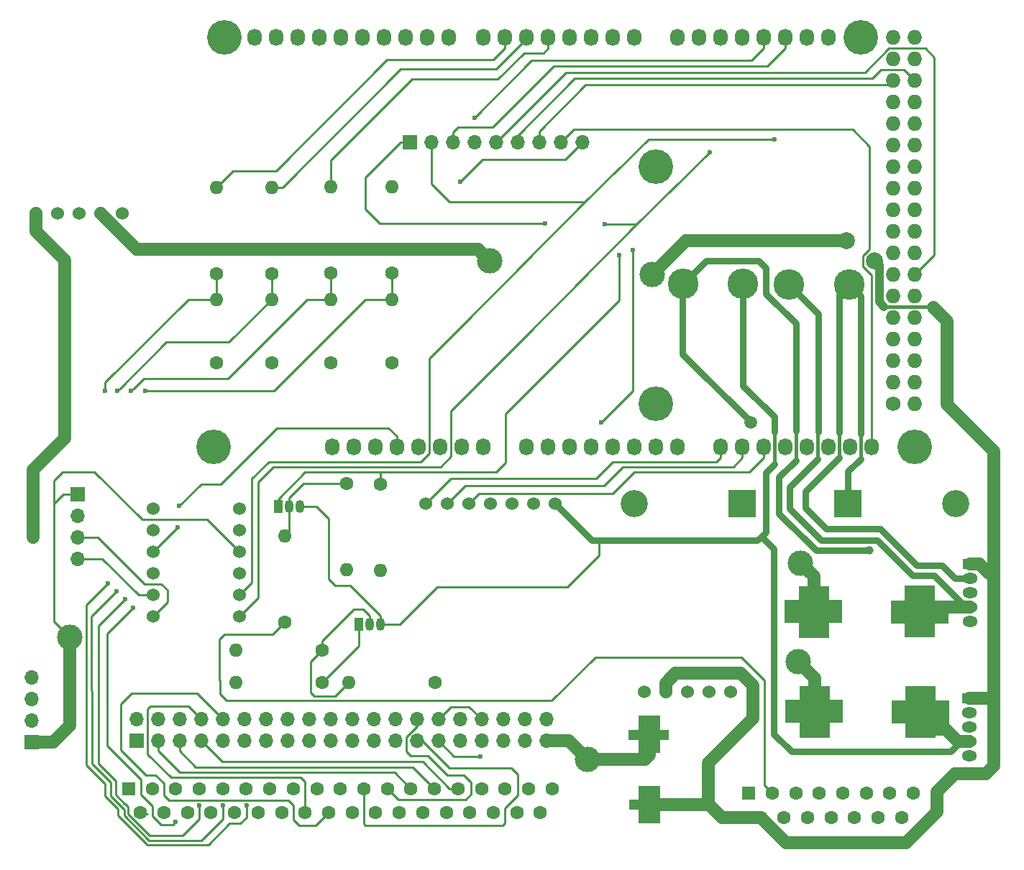
<source format=gbr>
G04 #@! TF.GenerationSoftware,KiCad,Pcbnew,(5.1.5)-3*
G04 #@! TF.CreationDate,2020-04-13T17:51:19-04:00*
G04 #@! TF.ProjectId,Deck_Plate_PCB,4465636b-5f50-46c6-9174-655f5043422e,A*
G04 #@! TF.SameCoordinates,Original*
G04 #@! TF.FileFunction,Copper,L1,Top*
G04 #@! TF.FilePolarity,Positive*
%FSLAX46Y46*%
G04 Gerber Fmt 4.6, Leading zero omitted, Abs format (unit mm)*
G04 Created by KiCad (PCBNEW (5.1.5)-3) date 2020-04-13 17:51:19*
%MOMM*%
%LPD*%
G04 APERTURE LIST*
%ADD10R,1.600000X1.600000*%
%ADD11C,1.600000*%
%ADD12C,1.524000*%
%ADD13C,3.600000*%
%ADD14R,3.600000X6.200000*%
%ADD15R,6.800000X2.800000*%
%ADD16O,1.600000X1.600000*%
%ADD17O,1.700000X1.700000*%
%ADD18R,1.700000X1.700000*%
%ADD19O,3.200000X3.200000*%
%ADD20R,3.200000X3.200000*%
%ADD21R,4.700000X1.300000*%
%ADD22R,2.500000X4.400000*%
%ADD23O,1.800000X1.275000*%
%ADD24R,1.800000X1.275000*%
%ADD25R,1.050000X1.500000*%
%ADD26O,1.050000X1.500000*%
%ADD27C,1.727200*%
%ADD28O,1.727200X1.727200*%
%ADD29O,1.727200X2.032000*%
%ADD30C,4.064000*%
%ADD31C,3.000000*%
%ADD32C,0.600000*%
%ADD33C,1.500000*%
%ADD34C,1.000000*%
%ADD35C,2.000000*%
%ADD36C,1.500000*%
%ADD37C,0.250000*%
%ADD38C,0.750000*%
%ADD39C,0.400000*%
%ADD40C,1.000000*%
G04 APERTURE END LIST*
D10*
X95570000Y-137390000D03*
D11*
X98340000Y-137390000D03*
X101110000Y-137390000D03*
X103880000Y-137390000D03*
X106650000Y-137390000D03*
X109420000Y-137390000D03*
X112190000Y-137390000D03*
X114960000Y-137390000D03*
X117730000Y-137390000D03*
X120500000Y-137390000D03*
X123270000Y-137390000D03*
X126040000Y-137390000D03*
X128810000Y-137390000D03*
X131580000Y-137390000D03*
X134350000Y-137390000D03*
X137120000Y-137390000D03*
X139890000Y-137390000D03*
X142660000Y-137390000D03*
X145430000Y-137390000D03*
X96955000Y-140230000D03*
X99725000Y-140230000D03*
X102495000Y-140230000D03*
X105265000Y-140230000D03*
X108035000Y-140230000D03*
X110805000Y-140230000D03*
X113575000Y-140230000D03*
X116345000Y-140230000D03*
X119115000Y-140230000D03*
X121885000Y-140230000D03*
X124655000Y-140230000D03*
X127425000Y-140230000D03*
X130195000Y-140230000D03*
X132965000Y-140230000D03*
X135735000Y-140230000D03*
X138505000Y-140230000D03*
X141275000Y-140230000D03*
X144045000Y-140230000D03*
D12*
X94795000Y-69630000D03*
X92255000Y-69630000D03*
X89715000Y-69630000D03*
X87175000Y-69630000D03*
X84635000Y-69630000D03*
D13*
X160820000Y-77930000D03*
X167930000Y-77930000D03*
X180400000Y-78000000D03*
X173290000Y-78000000D03*
D14*
X176252000Y-116560000D03*
X188698000Y-116534600D03*
D15*
X176188500Y-116521900D03*
X188710700Y-116572700D03*
D16*
X125196600Y-111658400D03*
D11*
X125196600Y-101498400D03*
D16*
X126550000Y-66500000D03*
D11*
X126550000Y-76660000D03*
D16*
X105890000Y-66530000D03*
D11*
X105890000Y-76690000D03*
D16*
X112400000Y-66530000D03*
D11*
X112400000Y-76690000D03*
D16*
X126580000Y-79740000D03*
D11*
X126580000Y-87240000D03*
D16*
X105910000Y-79730000D03*
D11*
X105910000Y-87230000D03*
D16*
X112420000Y-79760000D03*
D11*
X112420000Y-87260000D03*
D17*
X144754600Y-129235200D03*
X144754600Y-131775200D03*
X142214600Y-129235200D03*
X142214600Y-131775200D03*
X139674600Y-129235200D03*
X139674600Y-131775200D03*
X137134600Y-129235200D03*
X137134600Y-131775200D03*
X134594600Y-129235200D03*
X134594600Y-131775200D03*
X132054600Y-129235200D03*
X132054600Y-131775200D03*
X129514600Y-129235200D03*
X129514600Y-131775200D03*
X126974600Y-129235200D03*
X126974600Y-131775200D03*
X124434600Y-129235200D03*
X124434600Y-131775200D03*
X121894600Y-129235200D03*
X121894600Y-131775200D03*
X119354600Y-129235200D03*
X119354600Y-131775200D03*
X116814600Y-129235200D03*
X116814600Y-131775200D03*
X114274600Y-129235200D03*
X114274600Y-131775200D03*
X111734600Y-129235200D03*
X111734600Y-131775200D03*
X109194600Y-129235200D03*
X109194600Y-131775200D03*
X106654600Y-129235200D03*
X106654600Y-131775200D03*
X104114600Y-129235200D03*
X104114600Y-131775200D03*
X101574600Y-129235200D03*
X101574600Y-131775200D03*
X99034600Y-129235200D03*
X99034600Y-131775200D03*
X96494600Y-129235200D03*
D18*
X96494600Y-131775200D03*
D16*
X119380000Y-66510000D03*
D11*
X119380000Y-76670000D03*
D16*
X119350000Y-79760000D03*
D11*
X119350000Y-87260000D03*
D17*
X84150000Y-124330000D03*
X84150000Y-126870000D03*
X84150000Y-129410000D03*
D18*
X84150000Y-131950000D03*
D19*
X155080000Y-103820000D03*
D20*
X167780000Y-103820000D03*
D19*
X192980000Y-103810000D03*
D20*
X180280000Y-103810000D03*
D17*
X148971000Y-61264800D03*
X146431000Y-61264800D03*
X143891000Y-61264800D03*
X141351000Y-61264800D03*
X138811000Y-61264800D03*
X136271000Y-61264800D03*
X133731000Y-61264800D03*
X131191000Y-61264800D03*
D18*
X128651000Y-61264800D03*
D17*
X89580000Y-110290000D03*
X89580000Y-107750000D03*
X89580000Y-105210000D03*
D18*
X89580000Y-102670000D03*
D10*
X168580000Y-137940000D03*
D11*
X171350000Y-137940000D03*
X174120000Y-137940000D03*
X176890000Y-137940000D03*
X179660000Y-137940000D03*
X182430000Y-137940000D03*
X185200000Y-137940000D03*
X187970000Y-137940000D03*
X169965000Y-140780000D03*
X172735000Y-140780000D03*
X175505000Y-140780000D03*
X178275000Y-140780000D03*
X181045000Y-140780000D03*
X183815000Y-140780000D03*
X186585000Y-140780000D03*
D16*
X108229400Y-124917200D03*
D11*
X118389400Y-124917200D03*
D16*
X108204000Y-121107200D03*
D11*
X118364000Y-121107200D03*
D16*
X121462800Y-124917200D03*
D11*
X131622800Y-124917200D03*
D16*
X121259600Y-111633000D03*
D11*
X121259600Y-101473000D03*
D16*
X113969800Y-107594400D03*
D11*
X113969800Y-117754400D03*
D21*
X156829200Y-131075200D03*
X156905400Y-139304800D03*
D22*
X156867300Y-131011700D03*
X156867300Y-139317500D03*
D14*
X176362000Y-128360000D03*
X188808000Y-128334600D03*
D15*
X176298500Y-128321900D03*
X188820700Y-128372700D03*
D23*
X194540000Y-133546000D03*
X194540000Y-131846000D03*
X194540000Y-130146000D03*
X194540000Y-128446000D03*
D24*
X194540000Y-126746000D03*
D25*
X122707400Y-118033800D03*
D26*
X125247400Y-118033800D03*
X123977400Y-118033800D03*
D25*
X113182400Y-104165400D03*
D26*
X115722400Y-104165400D03*
X114452400Y-104165400D03*
D12*
X130530600Y-103835200D03*
X133070600Y-103835200D03*
X135610600Y-103835200D03*
X138150600Y-103835200D03*
X140690600Y-103835200D03*
X143230600Y-103835200D03*
X145770600Y-103835200D03*
X98475800Y-117068600D03*
X98475800Y-114528600D03*
X98475800Y-111988600D03*
X98475800Y-109448600D03*
X98475800Y-106908600D03*
X98475800Y-104368600D03*
X108635800Y-117068600D03*
X108635800Y-114528600D03*
X108635800Y-111988600D03*
X108635800Y-109448600D03*
X108635800Y-106908600D03*
X108635800Y-104368600D03*
D23*
X194610000Y-117710000D03*
X194610000Y-116010000D03*
X194610000Y-114310000D03*
X194610000Y-112610000D03*
D24*
X194610000Y-110910000D03*
D12*
X156260800Y-126009400D03*
X158800800Y-126009400D03*
X161340800Y-126009400D03*
X163880800Y-126009400D03*
X166420800Y-126009400D03*
D27*
X185572400Y-92075000D03*
D28*
X188112400Y-92075000D03*
X185572400Y-89535000D03*
X188112400Y-89535000D03*
X185572400Y-86995000D03*
X188112400Y-86995000D03*
X185572400Y-84455000D03*
X188112400Y-84455000D03*
X185572400Y-81915000D03*
X188112400Y-81915000D03*
X185572400Y-79375000D03*
X188112400Y-79375000D03*
X185572400Y-76835000D03*
X188112400Y-76835000D03*
X185572400Y-74295000D03*
X188112400Y-74295000D03*
X185572400Y-71755000D03*
X188112400Y-71755000D03*
X185572400Y-69215000D03*
X188112400Y-69215000D03*
X185572400Y-66675000D03*
X188112400Y-66675000D03*
X185572400Y-64135000D03*
X188112400Y-64135000D03*
X185572400Y-61595000D03*
X188112400Y-61595000D03*
X185572400Y-59055000D03*
X188112400Y-59055000D03*
X185572400Y-56515000D03*
X188112400Y-56515000D03*
X185572400Y-53975000D03*
X188112400Y-53975000D03*
X185572400Y-51435000D03*
X188112400Y-51435000D03*
X185572400Y-48895000D03*
X188112400Y-48895000D03*
D29*
X119532400Y-97155000D03*
X122072400Y-97155000D03*
X124612400Y-97155000D03*
X127152400Y-97155000D03*
X129692400Y-97155000D03*
X132232400Y-97155000D03*
X134772400Y-97155000D03*
X137312400Y-97155000D03*
X142392400Y-97155000D03*
X144932400Y-97155000D03*
X147472400Y-97155000D03*
X150012400Y-97155000D03*
X152552400Y-97155000D03*
X155092400Y-97155000D03*
X157632400Y-97155000D03*
X160172400Y-97155000D03*
X165252400Y-97155000D03*
X167792400Y-97155000D03*
X170332400Y-97155000D03*
X172872400Y-97155000D03*
X175412400Y-97155000D03*
X177952400Y-97155000D03*
X180492400Y-97155000D03*
X183032400Y-97155000D03*
X110388400Y-48895000D03*
X112928400Y-48895000D03*
X115468400Y-48895000D03*
X118008400Y-48895000D03*
X120548400Y-48895000D03*
X123088400Y-48895000D03*
X125628400Y-48895000D03*
X128168400Y-48895000D03*
X130708400Y-48895000D03*
X133248400Y-48895000D03*
X137312400Y-48895000D03*
X139852400Y-48895000D03*
X142392400Y-48895000D03*
X144932400Y-48895000D03*
X147472400Y-48895000D03*
X150012400Y-48895000D03*
X152552400Y-48895000D03*
X155092400Y-48895000D03*
X160172400Y-48895000D03*
X162712400Y-48895000D03*
X165252400Y-48895000D03*
X167792400Y-48895000D03*
X170332400Y-48895000D03*
X172872400Y-48895000D03*
X175412400Y-48895000D03*
X177952400Y-48895000D03*
D30*
X105562400Y-97155000D03*
X157632400Y-92075000D03*
X188112400Y-97155000D03*
X106832400Y-48895000D03*
X157632400Y-64135000D03*
X181762400Y-48895000D03*
D31*
X174420000Y-122450000D03*
X174650000Y-110800000D03*
X149610000Y-133970000D03*
D32*
X164030000Y-62449998D03*
X144610000Y-70800000D03*
X151670000Y-70870000D03*
X171580000Y-60850000D03*
X101550000Y-104060000D03*
X101360000Y-106580000D03*
D33*
X168820000Y-94250000D03*
D34*
X182750000Y-109310000D03*
D32*
X136989998Y-133580000D03*
D31*
X88650000Y-119560000D03*
D35*
X183420000Y-75190000D03*
D31*
X138060000Y-75220000D03*
D35*
X180100000Y-72800000D03*
D31*
X157240000Y-76790000D03*
D32*
X153350000Y-74500000D03*
X154960000Y-73940000D03*
X151240000Y-94220000D03*
X136270000Y-58325000D03*
X95120002Y-115100000D03*
X95870000Y-90540000D03*
X103850000Y-139405010D03*
X94250000Y-90540000D03*
X94140000Y-114149998D03*
X106650004Y-139405010D03*
X92760000Y-90550000D03*
X93119999Y-113180000D03*
X109430000Y-139405010D03*
X96090000Y-116090000D03*
X97570000Y-90530000D03*
X101120000Y-141349979D03*
D33*
X84280000Y-107820000D03*
D32*
X134590000Y-65920000D03*
D36*
X154645600Y-133970000D02*
X151731320Y-133970000D01*
X151731320Y-133970000D02*
X149610000Y-133970000D01*
X156867300Y-133461700D02*
X156867300Y-131011700D01*
X156359000Y-133970000D02*
X156867300Y-133461700D01*
X154645600Y-133970000D02*
X156359000Y-133970000D01*
X176362000Y-124392000D02*
X174420000Y-122450000D01*
X176362000Y-128360000D02*
X176362000Y-124392000D01*
X176252000Y-112402000D02*
X174650000Y-110800000D01*
X176252000Y-116560000D02*
X176252000Y-112402000D01*
X147415200Y-131775200D02*
X144754600Y-131775200D01*
X149610000Y-133970000D02*
X147415200Y-131775200D01*
D37*
X132054600Y-129235200D02*
X133539800Y-127750000D01*
X135649400Y-127750000D02*
X137134600Y-129235200D01*
X133539800Y-127750000D02*
X135649400Y-127750000D01*
X128651000Y-61251000D02*
X128651000Y-61264800D01*
X164029996Y-62449998D02*
X164030000Y-62449998D01*
X155390000Y-70870000D02*
X164029996Y-62449998D01*
X151670000Y-70870000D02*
X155390000Y-70870000D01*
X125120000Y-70800000D02*
X144610000Y-70800000D01*
X123400000Y-69080000D02*
X125120000Y-70800000D01*
X123400000Y-65415800D02*
X123400000Y-69080000D01*
X128651000Y-61264800D02*
X127551000Y-61264800D01*
X127551000Y-61264800D02*
X123400000Y-65415800D01*
X142380000Y-83970000D02*
X155390000Y-70870000D01*
X133500000Y-92850000D02*
X142380000Y-83970000D01*
X133500000Y-98249600D02*
X133500000Y-92850000D01*
X110782100Y-114922300D02*
X110782100Y-101295200D01*
X108635800Y-117068600D02*
X110782100Y-114922300D01*
X132295900Y-99453700D02*
X133500000Y-98249600D01*
X112623600Y-99453700D02*
X132295900Y-99453700D01*
X110782100Y-101295200D02*
X112623600Y-99453700D01*
X171155736Y-60850000D02*
X171580000Y-60850000D01*
X156810000Y-60850000D02*
X171155736Y-60850000D01*
X131191000Y-62466881D02*
X131190000Y-62467881D01*
X131191000Y-61264800D02*
X131191000Y-62466881D01*
X131190000Y-62467881D02*
X131190000Y-66130000D01*
X133320000Y-68260000D02*
X149290000Y-68260000D01*
X131190000Y-66130000D02*
X133320000Y-68260000D01*
X149290000Y-68260000D02*
X156810000Y-60850000D01*
X135030000Y-82630000D02*
X149290000Y-68260000D01*
X130960000Y-97883528D02*
X130960000Y-86700000D01*
X110070900Y-113093500D02*
X110070900Y-100888800D01*
X108635800Y-114528600D02*
X110070900Y-113093500D01*
X129974028Y-98869500D02*
X130960000Y-97883528D01*
X110070900Y-100888800D02*
X112090200Y-98869500D01*
X130960000Y-86700000D02*
X135010000Y-82650000D01*
X112090200Y-98869500D02*
X129974028Y-98869500D01*
X101350000Y-106580000D02*
X101360000Y-106580000D01*
X98475800Y-109448600D02*
X98481400Y-109448600D01*
X98481400Y-109448600D02*
X101350000Y-106580000D01*
X104120000Y-101490000D02*
X101550000Y-104060000D01*
X127152400Y-95889000D02*
X126157800Y-94894400D01*
X106420000Y-101490000D02*
X104120000Y-101490000D01*
X127152400Y-97155000D02*
X127152400Y-95889000D01*
X126157800Y-94894400D02*
X113015600Y-94894400D01*
X113015600Y-94894400D02*
X106420000Y-101490000D01*
D38*
X160800000Y-77880000D02*
X160800000Y-86200000D01*
X160800000Y-86200000D02*
X168800000Y-94200000D01*
X163570000Y-75180000D02*
X160820000Y-77930000D01*
X170600000Y-79050000D02*
X170600000Y-76050000D01*
X174150000Y-82600000D02*
X170600000Y-79050000D01*
X170600000Y-76050000D02*
X169730000Y-75180000D01*
X169730000Y-75180000D02*
X163570000Y-75180000D01*
X174150000Y-82600000D02*
X174150000Y-95250000D01*
D39*
X174150000Y-96477986D02*
X174150000Y-95250000D01*
X174148790Y-96479196D02*
X174150000Y-96477986D01*
X174150000Y-98710000D02*
X174150000Y-97832014D01*
X174148790Y-97830804D02*
X174148790Y-96479196D01*
X174150000Y-97832014D02*
X174148790Y-97830804D01*
D38*
X172160000Y-100700000D02*
X174150000Y-98710000D01*
X176520000Y-109320000D02*
X172160000Y-104960000D01*
X172160000Y-104960000D02*
X172160000Y-100700000D01*
X177750000Y-109320000D02*
X176520000Y-109320000D01*
X182740000Y-109320000D02*
X182750000Y-109310000D01*
X178150000Y-109320000D02*
X182740000Y-109320000D01*
X177750000Y-109320000D02*
X178150000Y-109320000D01*
D37*
X97766000Y-140411200D02*
X97371200Y-140411200D01*
X126930000Y-135510000D02*
X128810000Y-137390000D01*
X101567319Y-135510000D02*
X126930000Y-135510000D01*
X99034600Y-131775200D02*
X99034600Y-132977281D01*
X99034600Y-132977281D02*
X101567319Y-135510000D01*
X127360000Y-138710000D02*
X126040000Y-137390000D01*
X128250000Y-133020000D02*
X128730000Y-133500000D01*
X130820000Y-133500000D02*
X133120000Y-135800000D01*
X135910000Y-138050000D02*
X135250000Y-138710000D01*
X128730000Y-133500000D02*
X130820000Y-133500000D01*
X135250000Y-138710000D02*
X127360000Y-138710000D01*
X129514600Y-129235200D02*
X129514600Y-130036198D01*
X128250000Y-131300798D02*
X128250000Y-133020000D01*
X129514600Y-130036198D02*
X128250000Y-131300798D01*
X135000000Y-135800000D02*
X135900000Y-136700000D01*
X135900000Y-136700000D02*
X135900000Y-137505002D01*
X133120000Y-135800000D02*
X135000000Y-135800000D01*
X135900000Y-137505002D02*
X135910000Y-137515002D01*
X135910000Y-137515002D02*
X135910000Y-138050000D01*
X172872400Y-50161000D02*
X172872400Y-48895000D01*
X170753400Y-52280000D02*
X172872400Y-50161000D01*
X134333719Y-59460000D02*
X138450000Y-59460000D01*
X133731000Y-61264800D02*
X133731000Y-60062719D01*
X133731000Y-60062719D02*
X134333719Y-59460000D01*
X138450000Y-59460000D02*
X145630000Y-52280000D01*
X145630000Y-52280000D02*
X170753400Y-52280000D01*
X132054600Y-131775200D02*
X132065200Y-131775200D01*
X133859400Y-133580000D02*
X136989998Y-133580000D01*
X132054600Y-131775200D02*
X133859400Y-133580000D01*
X133380000Y-137390000D02*
X134350000Y-137390000D01*
X130210000Y-134220000D02*
X133380000Y-137390000D01*
X104114600Y-131775200D02*
X106559400Y-134220000D01*
X106559400Y-134220000D02*
X130210000Y-134220000D01*
X103457319Y-134860000D02*
X129050000Y-134860000D01*
X101574600Y-131775200D02*
X101574600Y-132977281D01*
X129050000Y-134860000D02*
X131580000Y-137390000D01*
X101574600Y-132977281D02*
X103457319Y-134860000D01*
X191140400Y-115894800D02*
X190576200Y-116459000D01*
X108635800Y-109448600D02*
X108534200Y-109448600D01*
X190627000Y-116459000D02*
X190588900Y-116497100D01*
D38*
X173290000Y-78000000D02*
X176763790Y-81473790D01*
X176763790Y-81473790D02*
X176763790Y-95323790D01*
X194130000Y-115890000D02*
X194125200Y-115894800D01*
D39*
X176688790Y-97830804D02*
X176688790Y-97048790D01*
X176688790Y-97048790D02*
X176676010Y-97036010D01*
X176676010Y-97036010D02*
X176676010Y-96479196D01*
X176688790Y-97830804D02*
X176688790Y-98561210D01*
X176676010Y-95411570D02*
X176763790Y-95323790D01*
X176676010Y-96479196D02*
X176676010Y-95411570D01*
D37*
X176503990Y-98746010D02*
X176688790Y-98561210D01*
D38*
X173399990Y-101850010D02*
X173399990Y-104409990D01*
X176688790Y-98561210D02*
X173399990Y-101850010D01*
X173399990Y-104409990D02*
X177150000Y-108160000D01*
X190390000Y-112290000D02*
X194110000Y-116010000D01*
X187890000Y-112290000D02*
X190390000Y-112290000D01*
D37*
X194110000Y-116010000D02*
X194610000Y-116010000D01*
D38*
X177150000Y-108160000D02*
X183760000Y-108160000D01*
X183760000Y-108160000D02*
X187890000Y-112290000D01*
D36*
X189273400Y-116010000D02*
X188710700Y-116572700D01*
X194610000Y-116010000D02*
X189273400Y-116010000D01*
X86660000Y-131950000D02*
X84150000Y-131950000D01*
D37*
X86687480Y-131922520D02*
X86660000Y-131950000D01*
D36*
X88650000Y-129960000D02*
X88650000Y-121681320D01*
X86687480Y-131922520D02*
X88650000Y-129960000D01*
X88650000Y-121681320D02*
X88650000Y-119560000D01*
D37*
X87910000Y-102670000D02*
X89580000Y-102670000D01*
X86770000Y-103810000D02*
X87910000Y-102670000D01*
X107873801Y-108686601D02*
X108635800Y-109448600D01*
X104851200Y-105664000D02*
X107873801Y-108686601D01*
X86770000Y-101090000D02*
X87810000Y-100050000D01*
X97174000Y-105664000D02*
X104851200Y-105664000D01*
X86770000Y-103810000D02*
X86770000Y-101090000D01*
X87810000Y-100050000D02*
X91560000Y-100050000D01*
X91560000Y-100050000D02*
X97174000Y-105664000D01*
X86770000Y-117680000D02*
X86770000Y-103810000D01*
X88650000Y-119560000D02*
X86770000Y-117680000D01*
D36*
X158800800Y-124949200D02*
X158800800Y-126009400D01*
X159950400Y-123799600D02*
X158800800Y-124949200D01*
X167614600Y-123799600D02*
X159950400Y-123799600D01*
X169070000Y-125255000D02*
X167614600Y-123799600D01*
X169070000Y-129100000D02*
X169070000Y-125255000D01*
X163830000Y-134340000D02*
X169070000Y-129100000D01*
X156867300Y-139317500D02*
X163702500Y-139317500D01*
D37*
X163702500Y-139317500D02*
X163830000Y-139190000D01*
D36*
X163830000Y-139190000D02*
X163830000Y-134340000D01*
X165580000Y-140780000D02*
X169965000Y-140780000D01*
X163830000Y-139190000D02*
X165420000Y-140780000D01*
X165420000Y-140780000D02*
X165580000Y-140780000D01*
X169965000Y-140780000D02*
X172985000Y-143800000D01*
X172985000Y-143800000D02*
X187070000Y-143800000D01*
X187070000Y-143800000D02*
X190710000Y-140160000D01*
X190710000Y-140160000D02*
X190710000Y-137800000D01*
X190710000Y-137800000D02*
X192890000Y-135620000D01*
X192890000Y-135620000D02*
X196490000Y-135620000D01*
X196490000Y-135620000D02*
X197400000Y-134710000D01*
X195760000Y-110910000D02*
X194610000Y-110910000D01*
X197400000Y-112550000D02*
X195760000Y-110910000D01*
X195694000Y-126750000D02*
X197420000Y-126750000D01*
X194540000Y-126746000D02*
X195690000Y-126746000D01*
D37*
X195690000Y-126746000D02*
X195694000Y-126750000D01*
D36*
X197400000Y-134710000D02*
X197420000Y-126750000D01*
X197420000Y-126750000D02*
X197400000Y-112550000D01*
X197400000Y-112550000D02*
X197400000Y-97630000D01*
X197400000Y-97630000D02*
X191900000Y-92130000D01*
X191900000Y-92130000D02*
X191900000Y-82300000D01*
X191900000Y-82300000D02*
X190340000Y-80740000D01*
D37*
X184502798Y-80660000D02*
X184436399Y-80726399D01*
X190340000Y-80740000D02*
X190260000Y-80660000D01*
D39*
X190260000Y-80660000D02*
X190240000Y-80640000D01*
X184522798Y-80640000D02*
X184502798Y-80660000D01*
X190240000Y-80640000D02*
X184522798Y-80640000D01*
D36*
X137760001Y-74920001D02*
X138060000Y-75220000D01*
X92255000Y-69630000D02*
X96505000Y-73880000D01*
X136720000Y-73880000D02*
X137760001Y-74920001D01*
X96505000Y-73880000D02*
X136720000Y-73880000D01*
X161230000Y-72800000D02*
X158739999Y-75290001D01*
X158739999Y-75290001D02*
X157240000Y-76790000D01*
X180100000Y-72800000D02*
X161230000Y-72800000D01*
D40*
X183937319Y-80054521D02*
X183937319Y-75707319D01*
X184522798Y-80640000D02*
X183937319Y-80054521D01*
D37*
X170450000Y-137040000D02*
X171350000Y-137940000D01*
X106832400Y-119227600D02*
X106273600Y-119786400D01*
X112496600Y-119227600D02*
X106832400Y-119227600D01*
X106273600Y-119786400D02*
X106273600Y-124626402D01*
X106273600Y-124626402D02*
X106299000Y-124651802D01*
X106299000Y-124651802D02*
X106299000Y-126238000D01*
X107111800Y-127050800D02*
X145364200Y-127050800D01*
X113969800Y-117754400D02*
X112496600Y-119227600D01*
X106299000Y-126238000D02*
X107111800Y-127050800D01*
X145364200Y-127050800D02*
X150515000Y-121900000D01*
X150515000Y-121900000D02*
X167740000Y-121900000D01*
X170450000Y-124610000D02*
X170450000Y-137040000D01*
X167740000Y-121900000D02*
X170450000Y-124610000D01*
X125196600Y-101498400D02*
X125196600Y-101103400D01*
X125230000Y-101465000D02*
X125196600Y-101498400D01*
X113182400Y-104165400D02*
X113182400Y-103276400D01*
X113182400Y-103276400D02*
X116357400Y-100101400D01*
X125218600Y-100101400D02*
X125230000Y-100112800D01*
X116357400Y-100101400D02*
X125218600Y-100101400D01*
X125230000Y-100112800D02*
X125230000Y-101465000D01*
X139954000Y-93206000D02*
X153350000Y-79810000D01*
X139954000Y-98983800D02*
X139954000Y-93206000D01*
X125230000Y-100112800D02*
X138825000Y-100112800D01*
X153350000Y-79810000D02*
X153350000Y-74500000D01*
X138825000Y-100112800D02*
X139954000Y-98983800D01*
X117703600Y-104165400D02*
X115722400Y-104165400D01*
X119151400Y-105613200D02*
X117703600Y-104165400D01*
X125247400Y-118033800D02*
X125247400Y-117033800D01*
X125247400Y-117033800D02*
X121650000Y-113436400D01*
X121650000Y-113436400D02*
X119862600Y-113436400D01*
X119862600Y-113436400D02*
X119151400Y-112725200D01*
X119151400Y-112725200D02*
X119151400Y-105613200D01*
D38*
X167930000Y-89890000D02*
X167930000Y-77930000D01*
X171600000Y-93560000D02*
X167930000Y-89890000D01*
D37*
X190627000Y-127153400D02*
X190639700Y-127140700D01*
X190627000Y-128752600D02*
X190627000Y-127153400D01*
D38*
X145770600Y-103835200D02*
X150088600Y-108153200D01*
X171600000Y-93560000D02*
X171600000Y-95320000D01*
D39*
X171600000Y-95320000D02*
X171600000Y-99140000D01*
D38*
X150088600Y-108153200D02*
X150940000Y-108150000D01*
D37*
X150940000Y-109910000D02*
X150940000Y-108150000D01*
X147240000Y-113610000D02*
X150940000Y-109910000D01*
X131930000Y-113610000D02*
X147240000Y-113610000D01*
X125247400Y-118033800D02*
X127506200Y-118033800D01*
X127506200Y-118033800D02*
X131930000Y-113610000D01*
D38*
X150940000Y-108150000D02*
X169621200Y-108153200D01*
X193594000Y-131846000D02*
X194540000Y-131846000D01*
X192390000Y-133050000D02*
X193594000Y-131846000D01*
X171560000Y-130960000D02*
X173650000Y-133050000D01*
X173650000Y-133050000D02*
X192390000Y-133050000D01*
X171560000Y-109730000D02*
X171560000Y-130960000D01*
X170580000Y-100160000D02*
X171600000Y-99140000D01*
X170580000Y-107194400D02*
X170580000Y-100160000D01*
X171560000Y-109140000D02*
X170090000Y-107670000D01*
X169621200Y-108153200D02*
X170090000Y-107670000D01*
X171560000Y-109730000D02*
X171560000Y-109140000D01*
X170090000Y-107670000D02*
X170580000Y-107194400D01*
D36*
X190828000Y-130380000D02*
X188820700Y-128372700D01*
X191730000Y-130380000D02*
X190828000Y-130380000D01*
X194540000Y-131846000D02*
X193196000Y-131846000D01*
X193196000Y-131846000D02*
X191730000Y-130380000D01*
D37*
X114452400Y-103165400D02*
X114452400Y-104165400D01*
X116147800Y-101470000D02*
X114452400Y-103165400D01*
X121259600Y-101473000D02*
X121256600Y-101470000D01*
X121256600Y-101470000D02*
X116147800Y-101470000D01*
X114452400Y-107111800D02*
X113969800Y-107594400D01*
X114452400Y-104165400D02*
X114452400Y-107111800D01*
X122707400Y-120599200D02*
X118389400Y-124917200D01*
X122707400Y-118033800D02*
X122707400Y-120599200D01*
X151539999Y-93920001D02*
X151240000Y-94220000D01*
X154960000Y-90500000D02*
X151539999Y-93920001D01*
X154960000Y-73940000D02*
X154960000Y-90500000D01*
X118364000Y-119975830D02*
X122058630Y-116281200D01*
X118364000Y-121107200D02*
X118364000Y-119975830D01*
X123977400Y-117033800D02*
X123977400Y-118033800D01*
X123224800Y-116281200D02*
X123977400Y-117033800D01*
X122058630Y-116281200D02*
X123224800Y-116281200D01*
X117456789Y-126499189D02*
X119880811Y-126499189D01*
X120662801Y-125717199D02*
X121462800Y-124917200D01*
X117043200Y-126085600D02*
X117456789Y-126499189D01*
X117043200Y-122428000D02*
X117043200Y-126085600D01*
X119880811Y-126499189D02*
X120662801Y-125717199D01*
X118364000Y-121107200D02*
X117043200Y-122428000D01*
X98475800Y-116814600D02*
X98475800Y-117068600D01*
X91920000Y-107750000D02*
X89580000Y-107750000D01*
X97450000Y-113280000D02*
X91920000Y-107750000D01*
X99430000Y-113280000D02*
X97450000Y-113280000D01*
X99237799Y-116306601D02*
X99237799Y-116302201D01*
X100120000Y-115420000D02*
X100120000Y-113970000D01*
X100120000Y-113970000D02*
X99430000Y-113280000D01*
X98475800Y-117068600D02*
X99237799Y-116306601D01*
X99237799Y-116302201D02*
X100120000Y-115420000D01*
X98475800Y-114274600D02*
X98475800Y-114528600D01*
X92490000Y-110290000D02*
X89580000Y-110290000D01*
X96730000Y-114530000D02*
X92490000Y-110290000D01*
X98475800Y-114528600D02*
X98474400Y-114530000D01*
X98474400Y-114530000D02*
X96730000Y-114530000D01*
D38*
X180400000Y-78000000D02*
X181760000Y-79360000D01*
D37*
X179100000Y-78000000D02*
X179240000Y-78140000D01*
X179640000Y-78000000D02*
X179260000Y-78380000D01*
X180400000Y-78000000D02*
X179850000Y-78000000D01*
D38*
X179240000Y-79160000D02*
X179240000Y-95440000D01*
X180400000Y-78000000D02*
X179240000Y-79160000D01*
X181760000Y-79360000D02*
X181760000Y-94120000D01*
X181760000Y-94120000D02*
X181760000Y-95640000D01*
D39*
X179240000Y-97842014D02*
X179228790Y-97830804D01*
X179240000Y-98410000D02*
X179240000Y-97842014D01*
X179230000Y-95450000D02*
X179240000Y-95440000D01*
X179230000Y-96477986D02*
X179230000Y-95450000D01*
X179228790Y-97830804D02*
X179228790Y-96479196D01*
X179228790Y-96479196D02*
X179230000Y-96477986D01*
X181760000Y-95640000D02*
X181760000Y-98540000D01*
D38*
X175250000Y-104320000D02*
X175250000Y-102390000D01*
X179230000Y-98410000D02*
X179240000Y-98410000D01*
X175250000Y-102390000D02*
X179230000Y-98410000D01*
X177720000Y-106790000D02*
X175250000Y-104320000D01*
X180280000Y-100020000D02*
X180280000Y-103810000D01*
X180280000Y-100020000D02*
X181760000Y-98540000D01*
X177720000Y-106790000D02*
X184080000Y-106790000D01*
X184080000Y-106790000D02*
X188380000Y-111090000D01*
X188380000Y-111090000D02*
X191310000Y-111090000D01*
X192830000Y-112610000D02*
X194610000Y-112610000D01*
X191310000Y-111090000D02*
X192830000Y-112610000D01*
D37*
X129514600Y-131775200D02*
X130135200Y-131775200D01*
X123270000Y-141560000D02*
X123270000Y-137390000D01*
X123420000Y-141710000D02*
X123270000Y-141560000D01*
X139650000Y-141710000D02*
X123420000Y-141710000D01*
X139860000Y-139690000D02*
X139860000Y-141500000D01*
X130085200Y-131775200D02*
X133310000Y-135000000D01*
X139860000Y-141500000D02*
X139650000Y-141710000D01*
X133310000Y-135000000D02*
X140620000Y-135000000D01*
X129514600Y-131775200D02*
X130085200Y-131775200D01*
X141360000Y-138190000D02*
X139860000Y-139690000D01*
X140620000Y-135000000D02*
X141360000Y-135740000D01*
X141360000Y-135740000D02*
X141360000Y-138190000D01*
X190449200Y-74498200D02*
X188112400Y-76835000D01*
X147091400Y-52984400D02*
X182263870Y-52984400D01*
X182263870Y-52984400D02*
X185083270Y-50165000D01*
X190449200Y-51206400D02*
X190449200Y-74498200D01*
X138811000Y-61264800D02*
X147091400Y-52984400D01*
X185083270Y-50165000D02*
X189407800Y-50165000D01*
X189407800Y-50165000D02*
X190449200Y-51206400D01*
X168913400Y-51580000D02*
X170332400Y-50161000D01*
X170332400Y-50161000D02*
X170332400Y-48895000D01*
X136270000Y-58325000D02*
X143015000Y-51580000D01*
X143015000Y-51580000D02*
X168913400Y-51580000D01*
X149319600Y-54490000D02*
X143891000Y-59918600D01*
X185572400Y-53975000D02*
X185057400Y-54490000D01*
X143891000Y-59918600D02*
X143891000Y-61264800D01*
X185057400Y-54490000D02*
X149319600Y-54490000D01*
X141351000Y-60477400D02*
X141351000Y-61264800D01*
X186842400Y-52705000D02*
X184150000Y-52705000D01*
X188112400Y-53975000D02*
X186842400Y-52705000D01*
X184150000Y-52705000D02*
X183145000Y-53710000D01*
X183145000Y-53710000D02*
X148118400Y-53710000D01*
X148118400Y-53710000D02*
X141351000Y-60477400D01*
X182820000Y-61730000D02*
X182820000Y-73808998D01*
X182820000Y-73808998D02*
X182004999Y-74623999D01*
X147955000Y-59740800D02*
X180830800Y-59740800D01*
X183032400Y-76873402D02*
X183032400Y-95889000D01*
X182004999Y-75846001D02*
X183032400Y-76873402D01*
X182004999Y-74623999D02*
X182004999Y-75846001D01*
X146431000Y-61264800D02*
X147955000Y-59740800D01*
X183032400Y-95889000D02*
X183032400Y-97155000D01*
X180830800Y-59740800D02*
X182820000Y-61730000D01*
X133555800Y-100810000D02*
X150650000Y-100810000D01*
X150650000Y-100810000D02*
X152570000Y-98890000D01*
X165252400Y-98421000D02*
X165252400Y-97155000D01*
X152570000Y-98890000D02*
X164783400Y-98890000D01*
X130530600Y-103835200D02*
X133555800Y-100810000D01*
X164783400Y-98890000D02*
X165252400Y-98421000D01*
X167792400Y-98421000D02*
X167792400Y-97155000D01*
X133070600Y-103835200D02*
X135245800Y-101660000D01*
X166753400Y-99460000D02*
X167792400Y-98421000D01*
X135245800Y-101660000D02*
X151570000Y-101660000D01*
X151570000Y-101660000D02*
X153770000Y-99460000D01*
X153770000Y-99460000D02*
X166753400Y-99460000D01*
X170332400Y-98421000D02*
X170332400Y-97155000D01*
X136829800Y-102616000D02*
X152603200Y-102616000D01*
X135610600Y-103835200D02*
X136829800Y-102616000D01*
X155117800Y-100101400D02*
X168652000Y-100101400D01*
X152603200Y-102616000D02*
X155117800Y-100101400D01*
X168652000Y-100101400D02*
X170332400Y-98421000D01*
X119380000Y-79730000D02*
X119350000Y-79760000D01*
X119380000Y-76670000D02*
X119380000Y-79730000D01*
X119350000Y-79760000D02*
X116560000Y-79760000D01*
X96169999Y-90240001D02*
X95870000Y-90540000D01*
X116560000Y-79760000D02*
X107270000Y-89050000D01*
X107270000Y-89050000D02*
X97360000Y-89050000D01*
X97360000Y-89050000D02*
X96169999Y-90240001D01*
X98026410Y-142910000D02*
X95520000Y-140403590D01*
X95520000Y-140403590D02*
X95520000Y-139580000D01*
X94050000Y-136530000D02*
X92010000Y-134490000D01*
X92000000Y-118220002D02*
X95120002Y-115100000D01*
X101910000Y-142910000D02*
X98026410Y-142910000D01*
X103850000Y-139405010D02*
X103850000Y-140970000D01*
X92010000Y-134490000D02*
X92000000Y-118220002D01*
X103850000Y-140970000D02*
X101910000Y-142910000D01*
X95520000Y-139580000D02*
X95130000Y-139190000D01*
X95130000Y-139190000D02*
X95110000Y-139190000D01*
X95110000Y-139190000D02*
X94050000Y-138130000D01*
X94050000Y-138130000D02*
X94050000Y-136530000D01*
X97600000Y-135780000D02*
X94660000Y-132840000D01*
X98740000Y-135780000D02*
X97600000Y-135780000D01*
X99750000Y-138180000D02*
X99750000Y-136790000D01*
X115670000Y-141780000D02*
X114930000Y-141040000D01*
X117565000Y-141780000D02*
X115670000Y-141780000D01*
X119115000Y-140230000D02*
X117565000Y-141780000D01*
X103619400Y-126200000D02*
X106654600Y-129235200D01*
X114350000Y-138780000D02*
X100350000Y-138780000D01*
X99750000Y-136790000D02*
X98740000Y-135780000D01*
X94660000Y-132840000D02*
X94660000Y-127460000D01*
X114930000Y-141040000D02*
X114930000Y-139360000D01*
X100350000Y-138780000D02*
X99750000Y-138180000D01*
X94660000Y-127460000D02*
X95920000Y-126200000D01*
X114930000Y-139360000D02*
X114350000Y-138780000D01*
X95920000Y-126200000D02*
X103619400Y-126200000D01*
X115830000Y-136080000D02*
X116345000Y-136595000D01*
X102589400Y-127710000D02*
X98120000Y-127710000D01*
X116345000Y-136595000D02*
X116345000Y-140230000D01*
X104114600Y-129235200D02*
X102589400Y-127710000D01*
X100540000Y-136080000D02*
X115830000Y-136080000D01*
X97780000Y-133320000D02*
X100540000Y-136080000D01*
X98120000Y-127710000D02*
X97780000Y-128050000D01*
X97780000Y-128050000D02*
X97780000Y-133320000D01*
X112400000Y-79740000D02*
X112420000Y-79760000D01*
X112400000Y-76690000D02*
X112400000Y-79740000D01*
X94549999Y-90240001D02*
X94250000Y-90540000D01*
X100000000Y-84790000D02*
X94549999Y-90240001D01*
X112420000Y-79760000D02*
X107390000Y-84790000D01*
X107390000Y-84790000D02*
X100000000Y-84790000D01*
X91220000Y-117069998D02*
X94140000Y-114149998D01*
X91260000Y-134460000D02*
X91220000Y-117069998D01*
X95040000Y-139850000D02*
X93500000Y-138310000D01*
X106650004Y-141019996D02*
X104160000Y-143510000D01*
X93500000Y-138310000D02*
X93500000Y-136700000D01*
X104160000Y-143510000D02*
X97990000Y-143510000D01*
X106650004Y-139405010D02*
X106650004Y-141019996D01*
X97990000Y-143510000D02*
X95040000Y-140560000D01*
X93500000Y-136700000D02*
X91260000Y-134460000D01*
X95040000Y-140560000D02*
X95040000Y-139850000D01*
X105890000Y-79710000D02*
X105910000Y-79730000D01*
X105890000Y-76690000D02*
X105890000Y-79710000D01*
X92760000Y-90210000D02*
X92760000Y-90550000D01*
X92760000Y-89540000D02*
X92760000Y-90210000D01*
X105910000Y-79730000D02*
X102570000Y-79730000D01*
X102570000Y-79730000D02*
X92760000Y-89540000D01*
X94310000Y-140560000D02*
X97690000Y-143940000D01*
X104970000Y-144020000D02*
X107470000Y-141520000D01*
X93119999Y-113180000D02*
X90555002Y-115744997D01*
X90555002Y-115744997D02*
X90555002Y-134595002D01*
X97690000Y-143940000D02*
X97690000Y-144020000D01*
X94310000Y-139800000D02*
X94310000Y-140560000D01*
X92790000Y-136830000D02*
X92790000Y-138280000D01*
X97690000Y-144020000D02*
X104970000Y-144020000D01*
X92790000Y-138280000D02*
X94310000Y-139800000D01*
X107470000Y-141520000D02*
X108740000Y-141520000D01*
X108740000Y-141520000D02*
X109430000Y-140830000D01*
X109430000Y-140830000D02*
X109430000Y-139405010D01*
X90555002Y-134595002D02*
X92790000Y-136830000D01*
X126550000Y-79710000D02*
X126580000Y-79740000D01*
X126550000Y-76660000D02*
X126550000Y-79710000D01*
X112660000Y-90530000D02*
X97994264Y-90530000D01*
X126580000Y-79740000D02*
X123450000Y-79740000D01*
X97994264Y-90530000D02*
X97570000Y-90530000D01*
X123450000Y-79740000D02*
X112660000Y-90530000D01*
X96990000Y-138110000D02*
X98350000Y-139470000D01*
X96990000Y-136310000D02*
X96990000Y-138110000D01*
X100820001Y-141649978D02*
X101120000Y-141349979D01*
X93060000Y-132380000D02*
X96990000Y-136310000D01*
X99389978Y-141649978D02*
X100820001Y-141649978D01*
X98350000Y-140610000D02*
X99389978Y-141649978D01*
X98350000Y-139470000D02*
X98350000Y-140610000D01*
X93060000Y-119120000D02*
X93060000Y-132380000D01*
X96090000Y-116090000D02*
X93060000Y-119120000D01*
X107850000Y-64570000D02*
X105890000Y-66530000D01*
X112940000Y-64570000D02*
X107850000Y-64570000D01*
X139852400Y-50161000D02*
X138513400Y-51500000D01*
X139852400Y-48895000D02*
X139852400Y-50161000D01*
X126010000Y-51500000D02*
X112940000Y-64570000D01*
X138513400Y-51500000D02*
X126010000Y-51500000D01*
X113720000Y-66530000D02*
X112400000Y-66530000D01*
X138809800Y-52630000D02*
X127620000Y-52630000D01*
X142392400Y-48895000D02*
X142392400Y-49047400D01*
X127620000Y-52630000D02*
X113720000Y-66530000D01*
X142392400Y-49047400D02*
X138809800Y-52630000D01*
X144932400Y-48895000D02*
X144925000Y-48895000D01*
X144932400Y-50161000D02*
X144932400Y-48895000D01*
X144393400Y-50700000D02*
X144932400Y-50161000D01*
X119380000Y-66510000D02*
X119380000Y-63350000D01*
X119380000Y-63350000D02*
X128940000Y-53790000D01*
X128940000Y-53790000D02*
X139050000Y-53790000D01*
X139050000Y-53790000D02*
X142140000Y-50700000D01*
X142140000Y-50700000D02*
X144393400Y-50700000D01*
D36*
X84280000Y-106759340D02*
X84280000Y-107820000D01*
X84635000Y-71725000D02*
X88050000Y-75140000D01*
X84635000Y-69630000D02*
X84635000Y-71725000D01*
X88050000Y-75140000D02*
X88050000Y-96070000D01*
X84280000Y-99840000D02*
X84280000Y-106759340D01*
X88050000Y-96070000D02*
X84280000Y-99840000D01*
D37*
X134590000Y-65850000D02*
X134590000Y-65920000D01*
X137210000Y-63230000D02*
X134590000Y-65850000D01*
X148971000Y-61264800D02*
X147005800Y-63230000D01*
X147005800Y-63230000D02*
X137210000Y-63230000D01*
M02*

</source>
